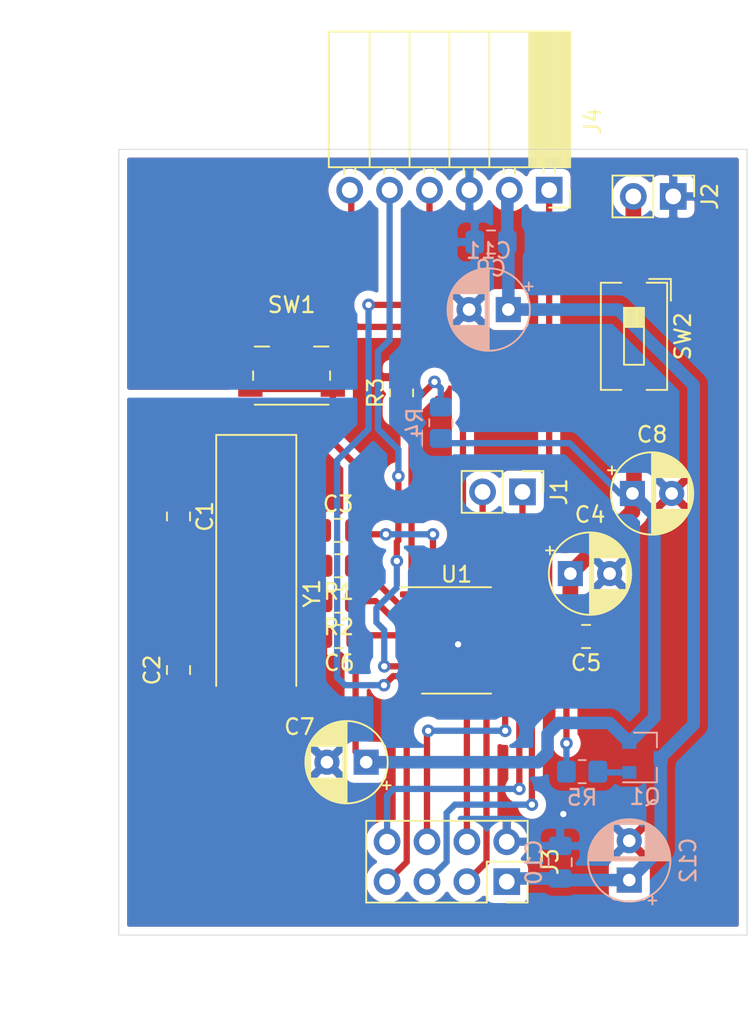
<source format=kicad_pcb>
(kicad_pcb (version 20171130) (host pcbnew 5.1.9-73d0e3b20d~88~ubuntu18.04.1)
  (layers (0 F.Cu signal) (31 B.Cu signal) (34 B.Paste user) (35 F.Paste user) (36 B.SilkS user) (37 F.SilkS user) (38 B.Mask user) (39 F.Mask user) (44 Edge.Cuts user))
  (net 0 "")
  (net 1 "Net-(C1-Pad1)")
  (net 2 GND)
  (net 3 "Net-(C2-Pad1)")
  (net 4 "Net-(C3-Pad2)")
  (net 5 +3V3)
  (net 6 SWDIO)
  (net 7 SWCLK)
  (net 8 nrf24_CSN)
  (net 9 nrf24_CE)
  (net 10 SPI1_MOSI)
  (net 11 SPI1_SCK)
  (net 12 nrf24_IRQ)
  (net 13 SPI1_MISO)
  (net 14 HM-10_STATE)
  (net 15 UART1_RXD)
  (net 16 UART1_TXD)
  (net 17 HM-10-BRK)
  (net 18 "Net-(R1-Pad1)")
  (net 19 "Net-(R2-Pad1)")
  (net 20 "Net-(R3-Pad1)")
  (net 21 "Net-(R5-Pad1)")
  (net 22 "Net-(J2-Pad2)")
  (net 23 Vcc)
  (net 24 "Net-(Q1-Pad1)")
  (module Connector_PinSocket_2.54mm:PinSocket_2x04_P2.54mm_Vertical (layer F.Cu) (at 244.7 150.6 270)
    (fp_text reference J3 (at -1.27 -2.77 90) (layer F.SilkS))
    (fp_text value Conn_02x04_Odd_Even)
    (pad 1 thru_hole rect (at 0 0 270) (size 1.7 1.7) (drill 1) (layers *.Cu *.Mask) (net 23 Vcc))
    (pad 2 thru_hole oval (at -2.54 0 270) (size 1.7 1.7) (drill 1) (layers *.Cu *.Mask) (net 2 GND))
    (pad 3 thru_hole oval (at 0 2.54 270) (size 1.7 1.7) (drill 1) (layers *.Cu *.Mask) (net 8 nrf24_CSN))
    (pad 4 thru_hole oval (at -2.54 2.54 270) (size 1.7 1.7) (drill 1) (layers *.Cu *.Mask) (net 9 nrf24_CE))
    (pad 5 thru_hole oval (at 0 5.08 270) (size 1.7 1.7) (drill 1) (layers *.Cu *.Mask) (net 10 SPI1_MOSI))
    (pad 6 thru_hole oval (at -2.54 5.08 270) (size 1.7 1.7) (drill 1) (layers *.Cu *.Mask) (net 11 SPI1_SCK))
    (pad 7 thru_hole oval (at 0 7.62 270) (size 1.7 1.7) (drill 1) (layers *.Cu *.Mask) (net 12 nrf24_IRQ))
    (pad 8 thru_hole oval (at -2.54 7.62 270) (size 1.7 1.7) (drill 1) (layers *.Cu *.Mask) (net 13 SPI1_MISO))
  )
  (module Capacitor_SMD:C_0805_2012Metric_Pad1.18x1.45mm_HandSolder (layer F.Cu) (at 223.8 127.3625 270)
    (fp_text reference C1 (at 0 -1.68 90) (layer F.SilkS))
    (fp_text value 22p)
    (pad 2 smd roundrect (at 1.0375 0 270) (size 1.175 1.45) (layers F.Cu F.Paste F.Mask) (roundrect_rratio 0.212766) (net 2 GND))
    (pad 1 smd roundrect (at -1.0375 0 270) (size 1.175 1.45) (layers F.Cu F.Paste F.Mask) (roundrect_rratio 0.212766) (net 1 "Net-(C1-Pad1)"))
  )
  (module Capacitor_SMD:C_0805_2012Metric_Pad1.18x1.45mm_HandSolder (layer F.Cu) (at 223.8 137.1375 90)
    (fp_text reference C2 (at 0 -1.68 90) (layer F.SilkS))
    (fp_text value 22p)
    (pad 1 smd roundrect (at -1.0375 0 90) (size 1.175 1.45) (layers F.Cu F.Paste F.Mask) (roundrect_rratio 0.212766) (net 3 "Net-(C2-Pad1)"))
    (pad 2 smd roundrect (at 1.0375 0 90) (size 1.175 1.45) (layers F.Cu F.Paste F.Mask) (roundrect_rratio 0.212766) (net 2 GND))
  )
  (module Capacitor_SMD:C_0805_2012Metric_Pad1.18x1.45mm_HandSolder (layer F.Cu) (at 233.9625 128.25)
    (fp_text reference C3 (at 0 -1.68) (layer F.SilkS))
    (fp_text value 100n)
    (pad 1 smd roundrect (at -1.0375 0) (size 1.175 1.45) (layers F.Cu F.Paste F.Mask) (roundrect_rratio 0.212766) (net 2 GND))
    (pad 2 smd roundrect (at 1.0375 0) (size 1.175 1.45) (layers F.Cu F.Paste F.Mask) (roundrect_rratio 0.212766) (net 4 "Net-(C3-Pad2)"))
  )
  (module Capacitor_THT:CP_Radial_D5.0mm_P2.50mm (layer F.Cu) (at 248.75 131)
    (fp_text reference C4 (at 1.25 -3.75) (layer F.SilkS))
    (fp_text value 4.7u)
    (pad 2 thru_hole circle (at 2.5 0) (size 1.6 1.6) (drill 0.8) (layers *.Cu *.Mask) (net 2 GND))
    (pad 1 thru_hole rect (at 0 0) (size 1.6 1.6) (drill 0.8) (layers *.Cu *.Mask) (net 5 +3V3))
  )
  (module Capacitor_SMD:C_0805_2012Metric_Pad1.18x1.45mm_HandSolder (layer F.Cu) (at 249.75 135 180)
    (fp_text reference C5 (at 0 -1.68) (layer F.SilkS))
    (fp_text value 100n)
    (pad 1 smd roundrect (at -1.0375 0 180) (size 1.175 1.45) (layers F.Cu F.Paste F.Mask) (roundrect_rratio 0.212766) (net 2 GND))
    (pad 2 smd roundrect (at 1.0375 0 180) (size 1.175 1.45) (layers F.Cu F.Paste F.Mask) (roundrect_rratio 0.212766) (net 5 +3V3))
  )
  (module Capacitor_SMD:C_0805_2012Metric_Pad1.18x1.45mm_HandSolder (layer F.Cu) (at 234.0375 135 180)
    (fp_text reference C6 (at 0 -1.68) (layer F.SilkS))
    (fp_text value 10n)
    (pad 2 smd roundrect (at 1.0375 0 180) (size 1.175 1.45) (layers F.Cu F.Paste F.Mask) (roundrect_rratio 0.212766) (net 2 GND))
    (pad 1 smd roundrect (at -1.0375 0 180) (size 1.175 1.45) (layers F.Cu F.Paste F.Mask) (roundrect_rratio 0.212766) (net 5 +3V3))
  )
  (module Capacitor_THT:CP_Radial_D5.0mm_P2.50mm (layer F.Cu) (at 235.75 143 180)
    (fp_text reference C7 (at 4.25 2.25) (layer F.SilkS))
    (fp_text value 1u)
    (pad 1 thru_hole rect (at 0 0 180) (size 1.6 1.6) (drill 0.8) (layers *.Cu *.Mask) (net 5 +3V3))
    (pad 2 thru_hole circle (at 2.5 0 180) (size 1.6 1.6) (drill 0.8) (layers *.Cu *.Mask) (net 2 GND))
  )
  (module Capacitor_THT:CP_Radial_D5.0mm_P2.50mm (layer F.Cu) (at 252.7 125.9)
    (fp_text reference C8 (at 1.25 -3.75) (layer F.SilkS))
    (fp_text value 100u)
    (pad 2 thru_hole circle (at 2.5 0) (size 1.6 1.6) (drill 0.8) (layers *.Cu *.Mask) (net 2 GND))
    (pad 1 thru_hole rect (at 0 0) (size 1.6 1.6) (drill 0.8) (layers *.Cu *.Mask) (net 5 +3V3))
  )
  (module Capacitor_SMD:C_0805_2012Metric_Pad1.18x1.45mm_HandSolder (layer B.Cu) (at 243.7 109.9)
    (fp_text reference C9 (at 0 1.68) (layer B.SilkS) (effects (justify mirror)))
    (fp_text value 100n)
    (pad 2 smd roundrect (at 1.0375 0) (size 1.175 1.45) (layers B.Cu B.Paste B.Mask) (roundrect_rratio 0.212766) (net 23 Vcc))
    (pad 1 smd roundrect (at -1.0375 0) (size 1.175 1.45) (layers B.Cu B.Paste B.Mask) (roundrect_rratio 0.212766) (net 2 GND))
  )
  (module Capacitor_SMD:C_0805_2012Metric_Pad1.18x1.45mm_HandSolder (layer B.Cu) (at 248.1 149.3625 270)
    (fp_text reference C10 (at 0 1.68 90) (layer B.SilkS) (effects (justify mirror)))
    (fp_text value 100n)
    (pad 1 smd roundrect (at -1.0375 0 270) (size 1.175 1.45) (layers B.Cu B.Paste B.Mask) (roundrect_rratio 0.212766) (net 2 GND))
    (pad 2 smd roundrect (at 1.0375 0 270) (size 1.175 1.45) (layers B.Cu B.Paste B.Mask) (roundrect_rratio 0.212766) (net 23 Vcc))
  )
  (module Capacitor_THT:CP_Radial_D5.0mm_P2.50mm (layer B.Cu) (at 244.8 114.2 180)
    (fp_text reference C11 (at 1.25 3.75 180) (layer B.SilkS) (effects (justify mirror)))
    (fp_text value 100u)
    (pad 1 thru_hole rect (at 0 0 180) (size 1.6 1.6) (drill 0.8) (layers *.Cu *.Mask) (net 23 Vcc))
    (pad 2 thru_hole circle (at 2.5 0 180) (size 1.6 1.6) (drill 0.8) (layers *.Cu *.Mask) (net 2 GND))
  )
  (module Capacitor_THT:CP_Radial_D5.0mm_P2.50mm (layer B.Cu) (at 252.5 150.5 90)
    (fp_text reference C12 (at 1.25 3.75 270) (layer B.SilkS) (effects (justify mirror)))
    (fp_text value 100u)
    (pad 1 thru_hole rect (at 0 0 90) (size 1.6 1.6) (drill 0.8) (layers *.Cu *.Mask) (net 23 Vcc))
    (pad 2 thru_hole circle (at 2.5 0 90) (size 1.6 1.6) (drill 0.8) (layers *.Cu *.Mask) (net 2 GND))
  )
  (module Connector_PinHeader_2.54mm:PinHeader_1x02_P2.54mm_Vertical (layer F.Cu) (at 245.7 125.8 270)
    (fp_text reference J1 (at 0 -2.33 90) (layer F.SilkS))
    (fp_text value Conn_01x02_Male)
    (pad 2 thru_hole oval (at 0 2.54 270) (size 1.7 1.7) (drill 1) (layers *.Cu *.Mask) (net 7 SWCLK))
    (pad 1 thru_hole rect (at 0 0 270) (size 1.7 1.7) (drill 1) (layers *.Cu *.Mask) (net 6 SWDIO))
  )
  (module Connector_PinHeader_2.54mm:PinHeader_1x02_P2.54mm_Vertical (layer F.Cu) (at 255.3 107 270)
    (fp_text reference J2 (at 0 -2.33 90) (layer F.SilkS))
    (fp_text value Conn_01x02_Male)
    (pad 1 thru_hole rect (at 0 0 270) (size 1.7 1.7) (drill 1) (layers *.Cu *.Mask) (net 2 GND))
    (pad 2 thru_hole oval (at 0 2.54 270) (size 1.7 1.7) (drill 1) (layers *.Cu *.Mask) (net 22 "Net-(J2-Pad2)"))
  )
  (module Connector_PinSocket_2.54mm:PinSocket_1x06_P2.54mm_Horizontal (layer F.Cu) (at 247.4 106.6 270)
    (fp_text reference J4 (at -4.38 -2.77 90) (layer F.SilkS))
    (fp_text value Conn_01x06_Female)
    (pad 1 thru_hole rect (at 0 0 270) (size 1.7 1.7) (drill 1) (layers *.Cu *.Mask) (net 14 HM-10_STATE))
    (pad 2 thru_hole oval (at 0 2.54 270) (size 1.7 1.7) (drill 1) (layers *.Cu *.Mask) (net 23 Vcc))
    (pad 3 thru_hole oval (at 0 5.08 270) (size 1.7 1.7) (drill 1) (layers *.Cu *.Mask) (net 2 GND))
    (pad 4 thru_hole oval (at 0 7.62 270) (size 1.7 1.7) (drill 1) (layers *.Cu *.Mask) (net 15 UART1_RXD))
    (pad 5 thru_hole oval (at 0 10.16 270) (size 1.7 1.7) (drill 1) (layers *.Cu *.Mask) (net 16 UART1_TXD))
    (pad 6 thru_hole oval (at 0 12.7 270) (size 1.7 1.7) (drill 1) (layers *.Cu *.Mask) (net 17 HM-10-BRK))
  )
  (module Package_TO_SOT_SMD:SOT-23 (layer B.Cu) (at 253.5 142.7)
    (fp_text reference Q1 (at 0 2.5) (layer B.SilkS) (effects (justify mirror)))
    (fp_text value Si2371EDS)
    (pad 1 smd rect (at -1 0.95) (size 0.9 0.8) (layers B.Cu B.Paste B.Mask) (net 24 "Net-(Q1-Pad1)"))
    (pad 2 smd rect (at -1 -0.95) (size 0.9 0.8) (layers B.Cu B.Paste B.Mask) (net 5 +3V3))
    (pad 3 smd rect (at 1 0) (size 0.9 0.8) (layers B.Cu B.Paste B.Mask) (net 23 Vcc))
  )
  (module Resistor_SMD:R_0805_2012Metric_Pad1.20x1.40mm_HandSolder (layer F.Cu) (at 234 130.5 180)
    (fp_text reference R1 (at 0 -1.65) (layer F.SilkS))
    (fp_text value 0)
    (pad 2 smd roundrect (at 1 0 180) (size 1.2 1.4) (layers F.Cu F.Paste F.Mask) (roundrect_rratio 0.208333) (net 1 "Net-(C1-Pad1)"))
    (pad 1 smd roundrect (at -1 0 180) (size 1.2 1.4) (layers F.Cu F.Paste F.Mask) (roundrect_rratio 0.208333) (net 18 "Net-(R1-Pad1)"))
  )
  (module Resistor_SMD:R_0805_2012Metric_Pad1.20x1.40mm_HandSolder (layer F.Cu) (at 234 132.75 180)
    (fp_text reference R2 (at 0 -1.65) (layer F.SilkS))
    (fp_text value 0)
    (pad 1 smd roundrect (at -1 0 180) (size 1.2 1.4) (layers F.Cu F.Paste F.Mask) (roundrect_rratio 0.208333) (net 19 "Net-(R2-Pad1)"))
    (pad 2 smd roundrect (at 1 0 180) (size 1.2 1.4) (layers F.Cu F.Paste F.Mask) (roundrect_rratio 0.208333) (net 3 "Net-(C2-Pad1)"))
  )
  (module Resistor_SMD:R_0805_2012Metric_Pad1.20x1.40mm_HandSolder (layer F.Cu) (at 238 119.5 90)
    (fp_text reference R3 (at 0 -1.65 90) (layer F.SilkS))
    (fp_text value 10k)
    (pad 1 smd roundrect (at -1 0 90) (size 1.2 1.4) (layers F.Cu F.Paste F.Mask) (roundrect_rratio 0.208333) (net 20 "Net-(R3-Pad1)"))
    (pad 2 smd roundrect (at 1 0 90) (size 1.2 1.4) (layers F.Cu F.Paste F.Mask) (roundrect_rratio 0.208333) (net 2 GND))
  )
  (module Resistor_SMD:R_0805_2012Metric_Pad1.20x1.40mm_HandSolder (layer B.Cu) (at 240.5 121.4 270)
    (fp_text reference R4 (at 0 1.65 270) (layer B.SilkS) (effects (justify mirror)))
    (fp_text value N/A)
    (pad 2 smd roundrect (at 1 0 270) (size 1.2 1.4) (layers B.Cu B.Paste B.Mask) (roundrect_rratio 0.208333) (net 5 +3V3))
    (pad 1 smd roundrect (at -1 0 270) (size 1.2 1.4) (layers B.Cu B.Paste B.Mask) (roundrect_rratio 0.208333) (net 20 "Net-(R3-Pad1)"))
  )
  (module Resistor_SMD:R_0805_2012Metric_Pad1.20x1.40mm_HandSolder (layer B.Cu) (at 249.5 143.6)
    (fp_text reference R5 (at 0 1.65) (layer B.SilkS) (effects (justify mirror)))
    (fp_text value 20)
    (pad 1 smd roundrect (at -1 0) (size 1.2 1.4) (layers B.Cu B.Paste B.Mask) (roundrect_rratio 0.208333) (net 21 "Net-(R5-Pad1)"))
    (pad 2 smd roundrect (at 1 0) (size 1.2 1.4) (layers B.Cu B.Paste B.Mask) (roundrect_rratio 0.208333) (net 24 "Net-(Q1-Pad1)"))
  )
  (module Button_Switch_SMD:SW_DIP_SPSTx01_Slide_6.7x4.1mm_W8.61mm_P2.54mm_LowProfile (layer F.Cu) (at 252.8 115.9 270)
    (fp_text reference SW2 (at 0 -3.11 90) (layer F.SilkS))
    (fp_text value SW_DIP_x01)
    (pad 1 smd rect (at -4.305 0 270) (size 2.44 1.12) (layers F.Cu F.Paste F.Mask) (net 22 "Net-(J2-Pad2)"))
    (pad 2 smd rect (at 4.305 0 270) (size 2.44 1.12) (layers F.Cu F.Paste F.Mask) (net 5 +3V3))
  )
  (module Package_SO:TSSOP-20_4.4x6.5mm_P0.65mm (layer F.Cu) (at 241.5 135.25)
    (fp_text reference U1 (at 0 -4.2) (layer F.SilkS))
    (fp_text value STM32F031F6Px)
    (pad 1 smd roundrect (at -2.8625 -2.925) (size 1.475 0.4) (layers F.Cu F.Paste F.Mask) (net 20 "Net-(R3-Pad1)"))
    (pad 2 smd roundrect (at -2.8625 -2.275) (size 1.475 0.4) (layers F.Cu F.Paste F.Mask) (net 18 "Net-(R1-Pad1)"))
    (pad 3 smd roundrect (at -2.8625 -1.625) (size 1.475 0.4) (layers F.Cu F.Paste F.Mask) (net 19 "Net-(R2-Pad1)"))
    (pad 4 smd roundrect (at -2.8625 -0.975) (size 1.475 0.4) (layers F.Cu F.Paste F.Mask) (net 4 "Net-(C3-Pad2)"))
    (pad 5 smd roundrect (at -2.8625 -0.325) (size 1.475 0.4) (layers F.Cu F.Paste F.Mask) (net 5 +3V3))
    (pad 6 smd roundrect (at -2.8625 0.325) (size 1.475 0.4) (layers F.Cu F.Paste F.Mask) (net 8 nrf24_CSN))
    (pad 7 smd roundrect (at -2.8625 0.975) (size 1.475 0.4) (layers F.Cu F.Paste F.Mask) (net 9 nrf24_CE))
    (pad 8 smd roundrect (at -2.8625 1.625) (size 1.475 0.4) (layers F.Cu F.Paste F.Mask) (net 16 UART1_TXD))
    (pad 9 smd roundrect (at -2.8625 2.275) (size 1.475 0.4) (layers F.Cu F.Paste F.Mask) (net 15 UART1_RXD))
    (pad 10 smd roundrect (at -2.8625 2.925) (size 1.475 0.4) (layers F.Cu F.Paste F.Mask) (net 12 nrf24_IRQ))
    (pad 11 smd roundrect (at 2.8625 2.925) (size 1.475 0.4) (layers F.Cu F.Paste F.Mask) (net 11 SPI1_SCK))
    (pad 12 smd roundrect (at 2.8625 2.275) (size 1.475 0.4) (layers F.Cu F.Paste F.Mask) (net 13 SPI1_MISO))
    (pad 13 smd roundrect (at 2.8625 1.625) (size 1.475 0.4) (layers F.Cu F.Paste F.Mask) (net 10 SPI1_MOSI))
    (pad 14 smd roundrect (at 2.8625 0.975) (size 1.475 0.4) (layers F.Cu F.Paste F.Mask) (net 21 "Net-(R5-Pad1)"))
    (pad 15 smd roundrect (at 2.8625 0.325) (size 1.475 0.4) (layers F.Cu F.Paste F.Mask) (net 2 GND))
    (pad 16 smd roundrect (at 2.8625 -0.325) (size 1.475 0.4) (layers F.Cu F.Paste F.Mask) (net 5 +3V3))
    (pad 17 smd roundrect (at 2.8625 -0.975) (size 1.475 0.4) (layers F.Cu F.Paste F.Mask) (net 14 HM-10_STATE))
    (pad 18 smd roundrect (at 2.8625 -1.625) (size 1.475 0.4) (layers F.Cu F.Paste F.Mask) (net 17 HM-10-BRK))
    (pad 19 smd roundrect (at 2.8625 -2.275) (size 1.475 0.4) (layers F.Cu F.Paste F.Mask) (net 6 SWDIO))
    (pad 20 smd roundrect (at 2.8625 -2.925) (size 1.475 0.4) (layers F.Cu F.Paste F.Mask) (net 7 SWCLK))
  )
  (module Crystal:Crystal_SMD_HC49-SD_HandSoldering (layer F.Cu) (at 228.75 132.25 270)
    (fp_text reference Y1 (at 0 -3.55 90) (layer F.SilkS))
    (fp_text value 8M)
    (pad 1 smd rect (at -5.9375 0 270) (size 7.875 2) (layers F.Cu F.Paste F.Mask) (net 1 "Net-(C1-Pad1)"))
    (pad 2 smd rect (at 5.9375 0 270) (size 7.875 2) (layers F.Cu F.Paste F.Mask) (net 3 "Net-(C2-Pad1)"))
  )
  (module Button_Switch_SMD:Panasonic_EVQPUJ_EVQPUA (layer F.Cu) (at 231 118.4)
    (fp_text reference SW1 (at 0 -4.5) (layer F.SilkS))
    (fp_text value SW_Push)
    (pad 2 smd rect (at 2.625 0.85 180) (size 1.55 1) (layers F.Cu F.Paste F.Mask) (net 4 "Net-(C3-Pad2)"))
    (pad 2 smd rect (at -2.625 0.85 180) (size 1.55 1) (layers F.Cu F.Paste F.Mask) (net 4 "Net-(C3-Pad2)"))
    (pad 1 smd rect (at -2.625 -0.85 180) (size 1.55 1) (layers F.Cu F.Paste F.Mask) (net 2 GND))
    (pad 1 smd rect (at 2.625 -0.85 180) (size 1.55 1) (layers F.Cu F.Paste F.Mask) (net 2 GND))
  )
  (gr_line (start 220 104) (end 220 154) (layer Edge.Cuts) (width 0.05))
  (gr_line (start 260 104) (end 220 104) (layer Edge.Cuts) (width 0.05))
  (gr_line (start 260 154) (end 260 104) (layer Edge.Cuts) (width 0.05))
  (gr_line (start 220 154) (end 260 154) (layer Edge.Cuts) (width 0.05))
  (segment (start 232.9375 130.5) (end 228.75 126.3125) (width 0.4) (layer F.Cu) (net 1))
  (segment (start 233 130.5) (end 232.9375 130.5) (width 0.4) (layer F.Cu) (net 1))
  (segment (start 223.8125 126.3125) (end 223.8 126.325) (width 0.4) (layer F.Cu) (net 1))
  (segment (start 228.75 126.3125) (end 223.8125 126.3125) (width 0.4) (layer F.Cu) (net 1))
  (via (at 248.3 146.3) (size 0.8) (drill 0.4) (layers F.Cu B.Cu) (net 2))
  (segment (start 245.274972 135.674972) (end 246.274972 135.674972) (width 0.4) (layer F.Cu) (net 2))
  (segment (start 244.3625 135.575) (end 245.175 135.575) (width 0.4) (layer F.Cu) (net 2))
  (segment (start 245.175 135.575) (end 245.274972 135.674972) (width 0.4) (layer F.Cu) (net 2))
  (segment (start 246.274972 135.674972) (end 246.8 136.2) (width 0.4) (layer F.Cu) (net 2))
  (via (at 241.6 135.5) (size 0.8) (drill 0.4) (layers F.Cu B.Cu) (net 2))
  (segment (start 228.75 137) (end 228.75 138.1875) (width 0.4) (layer F.Cu) (net 3))
  (segment (start 233 132.75) (end 228.75 137) (width 0.4) (layer F.Cu) (net 3))
  (segment (start 223.8125 138.1875) (end 223.8 138.175) (width 0.4) (layer F.Cu) (net 3))
  (segment (start 228.75 138.1875) (end 223.8125 138.1875) (width 0.4) (layer F.Cu) (net 3))
  (segment (start 239.432124 134.275) (end 240 133.707124) (width 0.4) (layer F.Cu) (net 4))
  (segment (start 238.6375 134.275) (end 239.432124 134.275) (width 0.4) (layer F.Cu) (net 4))
  (segment (start 240 133.707124) (end 240 128.5) (width 0.4) (layer F.Cu) (net 4))
  (segment (start 240 128.5) (end 240 128.5) (width 0.4) (layer F.Cu) (net 4))
  (via (at 240 128.5) (size 0.8) (drill 0.4) (layers F.Cu B.Cu) (net 4))
  (segment (start 240 128.5) (end 237 128.5) (width 0.4) (layer B.Cu) (net 4))
  (segment (start 237 128.5) (end 237 128.5) (width 0.4) (layer B.Cu) (net 4))
  (via (at 237 128.5) (size 0.8) (drill 0.4) (layers F.Cu B.Cu) (net 4))
  (segment (start 235.25 128.5) (end 235 128.25) (width 0.4) (layer F.Cu) (net 4))
  (segment (start 237 128.5) (end 235.25 128.5) (width 0.4) (layer F.Cu) (net 4))
  (segment (start 235 128.25) (end 235 124) (width 0.4) (layer F.Cu) (net 4))
  (segment (start 233.625 122.625) (end 233.625 119.25) (width 0.4) (layer F.Cu) (net 4))
  (segment (start 235 124) (end 233.625 122.625) (width 0.4) (layer F.Cu) (net 4))
  (segment (start 233.625 119.25) (end 228.375 119.25) (width 0.4) (layer F.Cu) (net 4))
  (segment (start 248.7125 131.0375) (end 248.75 131) (width 0.4) (layer F.Cu) (net 5))
  (segment (start 235.15 134.925) (end 235.075 135) (width 0.4) (layer F.Cu) (net 5))
  (segment (start 238.6375 134.925) (end 235.15 134.925) (width 0.4) (layer F.Cu) (net 5))
  (segment (start 235.075 142.325) (end 235.75 143) (width 0.4) (layer F.Cu) (net 5))
  (segment (start 235.075 135) (end 235.075 142.325) (width 0.4) (layer F.Cu) (net 5))
  (segment (start 248.6375 134.925) (end 244.3625 134.925) (width 0.4) (layer F.Cu) (net 5))
  (segment (start 248.7125 135) (end 248.6375 134.925) (width 0.4) (layer F.Cu) (net 5))
  (segment (start 252.8 125.8) (end 252.7 125.9) (width 1) (layer F.Cu) (net 5))
  (segment (start 252.8 120.205) (end 252.8 125.8) (width 1) (layer F.Cu) (net 5))
  (segment (start 252.7 127.05) (end 248.75 131) (width 1) (layer F.Cu) (net 5))
  (segment (start 252.7 125.9) (end 252.7 127.05) (width 1) (layer F.Cu) (net 5))
  (segment (start 248.75 134.9625) (end 248.7125 135) (width 1) (layer F.Cu) (net 5))
  (segment (start 248.75 131) (end 248.75 134.9625) (width 1) (layer F.Cu) (net 5))
  (segment (start 254.100001 140.149999) (end 252.5 141.75) (width 0.8) (layer B.Cu) (net 5))
  (segment (start 252.7 125.9) (end 254.100001 127.300001) (width 0.8) (layer B.Cu) (net 5))
  (segment (start 254.100001 127.300001) (end 254.100001 140.149999) (width 0.8) (layer B.Cu) (net 5))
  (segment (start 252.5 141.75) (end 251.25 140.5) (width 0.8) (layer B.Cu) (net 5))
  (segment (start 251.25 140.5) (end 248 140.5) (width 0.8) (layer B.Cu) (net 5))
  (segment (start 248 140.5) (end 247.3 141.2) (width 0.8) (layer B.Cu) (net 5))
  (segment (start 247.3 141.2) (end 247.3 142.4) (width 0.8) (layer B.Cu) (net 5))
  (segment (start 246.7 143) (end 235.75 143) (width 0.8) (layer B.Cu) (net 5))
  (segment (start 247.3 142.4) (end 246.7 143) (width 0.8) (layer B.Cu) (net 5))
  (segment (start 244.31251 134.97499) (end 244.3625 134.925) (width 0.4) (layer F.Cu) (net 5))
  (segment (start 252.7 125.9) (end 252 125.9) (width 0.4) (layer B.Cu) (net 5))
  (segment (start 240.8 122.7) (end 240.5 122.4) (width 0.4) (layer B.Cu) (net 5))
  (segment (start 248.7 122.7) (end 240.8 122.7) (width 0.4) (layer B.Cu) (net 5))
  (segment (start 252.7 125.9) (end 251.9 125.9) (width 0.4) (layer B.Cu) (net 5))
  (segment (start 251.9 125.9) (end 248.7 122.7) (width 0.4) (layer B.Cu) (net 5))
  (segment (start 245.7 132.432124) (end 245.7 125.8) (width 0.4) (layer F.Cu) (net 6))
  (segment (start 245.157124 132.975) (end 245.7 132.432124) (width 0.4) (layer F.Cu) (net 6))
  (segment (start 244.3625 132.975) (end 245.157124 132.975) (width 0.4) (layer F.Cu) (net 6))
  (segment (start 243.16 131.1225) (end 243.16 125.8) (width 0.4) (layer F.Cu) (net 7))
  (segment (start 244.3625 132.325) (end 243.16 131.1225) (width 0.4) (layer F.Cu) (net 7))
  (segment (start 243.410001 139.354335) (end 243.410001 149.349999) (width 0.4) (layer F.Cu) (net 8))
  (segment (start 239.680657 135.624991) (end 243.410001 139.354335) (width 0.4) (layer F.Cu) (net 8))
  (segment (start 243.410001 149.349999) (end 242.16 150.6) (width 0.4) (layer F.Cu) (net 8))
  (segment (start 238.92499 135.62499) (end 239.680657 135.624991) (width 0.4) (layer F.Cu) (net 8))
  (segment (start 238.875 135.575) (end 238.92499 135.62499) (width 0.4) (layer F.Cu) (net 8))
  (segment (start 238.6375 135.575) (end 238.875 135.575) (width 0.4) (layer F.Cu) (net 8))
  (segment (start 238.6375 136.225) (end 238.6375 136.2375) (width 0.4) (layer F.Cu) (net 9))
  (segment (start 238.6375 136.2375) (end 238.67499 136.27499) (width 0.4) (layer F.Cu) (net 9))
  (segment (start 242.16 138.952876) (end 242.16 148.06) (width 0.4) (layer F.Cu) (net 9))
  (segment (start 239.432124 136.225) (end 242.16 138.952876) (width 0.4) (layer F.Cu) (net 9))
  (segment (start 238.6375 136.225) (end 239.432124 136.225) (width 0.4) (layer F.Cu) (net 9))
  (segment (start 245.355666 136.875) (end 246.3 137.819334) (width 0.4) (layer F.Cu) (net 10))
  (segment (start 244.3625 136.875) (end 245.355666 136.875) (width 0.4) (layer F.Cu) (net 10))
  (segment (start 246.3 137.819334) (end 246.3 145.7) (width 0.4) (layer F.Cu) (net 10))
  (segment (start 246.3 145.7) (end 246.3 145.7) (width 0.4) (layer F.Cu) (net 10))
  (via (at 246.3 145.7) (size 0.8) (drill 0.4) (layers F.Cu B.Cu) (net 10))
  (segment (start 240.870001 149.349999) (end 239.62 150.6) (width 0.4) (layer B.Cu) (net 10))
  (segment (start 240.870001 146.229999) (end 240.870001 149.349999) (width 0.4) (layer B.Cu) (net 10))
  (segment (start 241.4 145.7) (end 240.870001 146.229999) (width 0.4) (layer B.Cu) (net 10))
  (segment (start 246.3 145.7) (end 241.4 145.7) (width 0.4) (layer B.Cu) (net 10))
  (segment (start 244.3625 138.175) (end 244.6 138.4125) (width 0.4) (layer F.Cu) (net 11))
  (segment (start 244.6 138.4125) (end 244.6 141) (width 0.4) (layer F.Cu) (net 11))
  (segment (start 244.6 141) (end 244.6 141) (width 0.4) (layer F.Cu) (net 11))
  (via (at 244.6 141) (size 0.8) (drill 0.4) (layers F.Cu B.Cu) (net 11))
  (segment (start 244.6 141) (end 239.7 141) (width 0.4) (layer B.Cu) (net 11))
  (segment (start 239.7 141) (end 239.7 141) (width 0.4) (layer B.Cu) (net 11))
  (via (at 239.7 141) (size 0.8) (drill 0.4) (layers F.Cu B.Cu) (net 11))
  (segment (start 239.62 141.08) (end 239.7 141) (width 0.4) (layer F.Cu) (net 11))
  (segment (start 239.62 148.06) (end 239.62 141.08) (width 0.4) (layer F.Cu) (net 11))
  (segment (start 238.330001 149.349999) (end 237.08 150.6) (width 0.4) (layer F.Cu) (net 12))
  (segment (start 238.330001 138.482499) (end 238.330001 149.349999) (width 0.4) (layer F.Cu) (net 12))
  (segment (start 238.6375 138.175) (end 238.330001 138.482499) (width 0.4) (layer F.Cu) (net 12))
  (segment (start 245.157124 137.525) (end 245.5 137.867876) (width 0.4) (layer F.Cu) (net 13))
  (segment (start 244.3625 137.525) (end 245.157124 137.525) (width 0.4) (layer F.Cu) (net 13))
  (segment (start 245.5 137.867876) (end 245.5 144.7) (width 0.4) (layer F.Cu) (net 13))
  (segment (start 245.5 144.7) (end 245.5 144.7) (width 0.4) (layer F.Cu) (net 13))
  (via (at 245.5 144.7) (size 0.8) (drill 0.4) (layers F.Cu B.Cu) (net 13))
  (segment (start 245.5 144.7) (end 237.5 144.7) (width 0.4) (layer B.Cu) (net 13))
  (segment (start 237.08 145.12) (end 237.08 148.06) (width 0.4) (layer B.Cu) (net 13))
  (segment (start 237.5 144.7) (end 237.08 145.12) (width 0.4) (layer B.Cu) (net 13))
  (segment (start 247.4 106.6) (end 247.4 133.3) (width 0.4) (layer F.Cu) (net 14))
  (segment (start 246.425 134.275) (end 244.3625 134.275) (width 0.4) (layer F.Cu) (net 14))
  (segment (start 247.4 133.3) (end 246.425 134.275) (width 0.4) (layer F.Cu) (net 14))
  (segment (start 237.459002 137.525) (end 236.884002 138.1) (width 0.4) (layer F.Cu) (net 15))
  (segment (start 238.6375 137.525) (end 237.459002 137.525) (width 0.4) (layer F.Cu) (net 15))
  (segment (start 236.884002 138.1) (end 236.884002 138.1) (width 0.4) (layer F.Cu) (net 15))
  (via (at 236.884002 138.1) (size 0.8) (drill 0.4) (layers F.Cu B.Cu) (net 15))
  (segment (start 236.884002 138.1) (end 234.4 138.1) (width 0.4) (layer B.Cu) (net 15))
  (segment (start 234.4 138.1) (end 233.9 137.6) (width 0.4) (layer B.Cu) (net 15))
  (segment (start 233.9 137.6) (end 233.9 126) (width 0.4) (layer B.Cu) (net 15))
  (segment (start 233.9 123.8) (end 235.89999 121.80001) (width 0.4) (layer B.Cu) (net 15))
  (segment (start 233.9 126) (end 233.9 123.8) (width 0.4) (layer B.Cu) (net 15))
  (segment (start 235.89999 121.80001) (end 235.89999 121) (width 0.4) (layer B.Cu) (net 15))
  (segment (start 235.89999 121) (end 235.89999 113.90001) (width 0.4) (layer B.Cu) (net 15))
  (segment (start 235.89999 113.90001) (end 235.89999 113.90001) (width 0.4) (layer B.Cu) (net 15))
  (via (at 235.89999 113.90001) (size 0.8) (drill 0.4) (layers F.Cu B.Cu) (net 15))
  (segment (start 235.89999 113.90001) (end 238.29999 113.90001) (width 0.4) (layer F.Cu) (net 15))
  (segment (start 239.78 112.42) (end 239.78 106.6) (width 0.4) (layer F.Cu) (net 15))
  (segment (start 238.29999 113.90001) (end 239.78 112.42) (width 0.4) (layer F.Cu) (net 15))
  (segment (start 238.275 136.875) (end 238.25 136.9) (width 0.4) (layer F.Cu) (net 16))
  (segment (start 238.6375 136.875) (end 238.275 136.875) (width 0.4) (layer F.Cu) (net 16))
  (segment (start 238.25 136.9) (end 236.9 136.9) (width 0.4) (layer F.Cu) (net 16))
  (segment (start 236.9 136.9) (end 236.9 136.9) (width 0.4) (layer F.Cu) (net 16))
  (via (at 236.9 136.9) (size 0.8) (drill 0.4) (layers F.Cu B.Cu) (net 16))
  (segment (start 236.9 134.6) (end 236.4 134.1) (width 0.4) (layer B.Cu) (net 16))
  (segment (start 236.9 136.9) (end 236.9 134.6) (width 0.4) (layer B.Cu) (net 16))
  (segment (start 236.4 134.1) (end 236.4 133.2) (width 0.4) (layer B.Cu) (net 16))
  (segment (start 236.4 133.2) (end 237.7 131.9) (width 0.4) (layer B.Cu) (net 16))
  (segment (start 237.7 131.9) (end 237.7 130.2) (width 0.4) (layer B.Cu) (net 16))
  (segment (start 237.7 130.2) (end 237.7 130.2) (width 0.4) (layer B.Cu) (net 16))
  (via (at 237.7 130.2) (size 0.8) (drill 0.4) (layers F.Cu B.Cu) (net 16))
  (segment (start 237.7 128.984002) (end 237.8 128.884002) (width 0.4) (layer F.Cu) (net 16))
  (segment (start 237.7 130.2) (end 237.7 128.984002) (width 0.4) (layer F.Cu) (net 16))
  (segment (start 237.8 128.884002) (end 237.8 124.8) (width 0.4) (layer F.Cu) (net 16))
  (segment (start 237.8 124.8) (end 237.8 124.8) (width 0.4) (layer F.Cu) (net 16))
  (via (at 237.8 124.8) (size 0.8) (drill 0.4) (layers F.Cu B.Cu) (net 16))
  (segment (start 237.24 116.14) (end 237.24 106.6) (width 0.4) (layer B.Cu) (net 16))
  (segment (start 236.5 116.88) (end 237.24 116.14) (width 0.4) (layer B.Cu) (net 16))
  (segment (start 236.5 121.8) (end 236.5 116.88) (width 0.4) (layer B.Cu) (net 16))
  (segment (start 237.8 124.8) (end 237.8 123.1) (width 0.4) (layer B.Cu) (net 16))
  (segment (start 237.8 123.1) (end 236.5 121.8) (width 0.4) (layer B.Cu) (net 16))
  (segment (start 243.467896 133.625) (end 244.3625 133.625) (width 0.4) (layer F.Cu) (net 17))
  (segment (start 241.909999 132.067103) (end 243.467896 133.625) (width 0.4) (layer F.Cu) (net 17))
  (segment (start 234.7 106.6) (end 234.800001 106.700001) (width 0.4) (layer F.Cu) (net 17))
  (segment (start 234.800001 114.900001) (end 235.2 115.3) (width 0.4) (layer F.Cu) (net 17))
  (segment (start 234.800001 106.700001) (end 234.800001 114.900001) (width 0.4) (layer F.Cu) (net 17))
  (segment (start 239.019256 115.3) (end 241.909999 118.190743) (width 0.4) (layer F.Cu) (net 17))
  (segment (start 235.2 115.3) (end 239.019256 115.3) (width 0.4) (layer F.Cu) (net 17))
  (segment (start 241.909999 118.190743) (end 241.909999 132.067103) (width 0.4) (layer F.Cu) (net 17))
  (segment (start 237.842876 132.975) (end 236.7 131.832124) (width 0.4) (layer F.Cu) (net 18))
  (segment (start 238.6375 132.975) (end 237.842876 132.975) (width 0.4) (layer F.Cu) (net 18))
  (segment (start 236.7 131.832124) (end 236.7 131) (width 0.4) (layer F.Cu) (net 18))
  (segment (start 236.2 130.5) (end 235 130.5) (width 0.4) (layer F.Cu) (net 18))
  (segment (start 236.7 131) (end 236.2 130.5) (width 0.4) (layer F.Cu) (net 18))
  (segment (start 238.07501 133.57501) (end 237.17501 133.57501) (width 0.4) (layer F.Cu) (net 19))
  (segment (start 238.6375 133.625) (end 238.125 133.625) (width 0.4) (layer F.Cu) (net 19))
  (segment (start 238.125 133.625) (end 238.07501 133.57501) (width 0.4) (layer F.Cu) (net 19))
  (segment (start 236.35 132.75) (end 235 132.75) (width 0.4) (layer F.Cu) (net 19))
  (segment (start 237.17501 133.57501) (end 236.35 132.75) (width 0.4) (layer F.Cu) (net 19))
  (segment (start 238.6375 121.1375) (end 238 120.5) (width 0.4) (layer F.Cu) (net 20))
  (segment (start 238.6375 132.325) (end 238.6375 121.1375) (width 0.4) (layer F.Cu) (net 20))
  (segment (start 240.5 120.4) (end 240.5 119.2) (width 0.4) (layer B.Cu) (net 20))
  (segment (start 240.5 119.2) (end 240.1 118.8) (width 0.4) (layer B.Cu) (net 20))
  (segment (start 240.1 118.8) (end 240.1 118.8) (width 0.4) (layer B.Cu) (net 20))
  (via (at 240.1 118.8) (size 0.8) (drill 0.4) (layers F.Cu B.Cu) (net 20))
  (segment (start 238.4 120.5) (end 240.1 118.8) (width 0.4) (layer F.Cu) (net 20))
  (segment (start 238 120.5) (end 238.4 120.5) (width 0.4) (layer F.Cu) (net 20))
  (segment (start 245.604199 136.274991) (end 248.5 139.170792) (width 0.4) (layer F.Cu) (net 21))
  (segment (start 244.39999 136.27499) (end 245.604199 136.274991) (width 0.4) (layer F.Cu) (net 21))
  (segment (start 244.3625 136.225) (end 244.3625 136.2375) (width 0.4) (layer F.Cu) (net 21))
  (segment (start 244.3625 136.2375) (end 244.39999 136.27499) (width 0.4) (layer F.Cu) (net 21))
  (via (at 248.5 141.8) (size 0.8) (drill 0.4) (layers F.Cu B.Cu) (net 21))
  (segment (start 248.5 141.8) (end 248.5 139.170792) (width 0.4) (layer F.Cu) (net 21))
  (segment (start 248.5 143.6) (end 248.5 141.8) (width 0.4) (layer B.Cu) (net 21))
  (segment (start 252.76 111.555) (end 252.8 111.595) (width 1) (layer F.Cu) (net 22))
  (segment (start 252.76 107) (end 252.76 111.555) (width 1) (layer F.Cu) (net 22))
  (segment (start 254.5 148.5) (end 252.5 150.5) (width 0.8) (layer B.Cu) (net 23))
  (segment (start 254.5 142.7) (end 254.5 148.5) (width 0.8) (layer B.Cu) (net 23))
  (segment (start 248.2 150.5) (end 248.1 150.4) (width 0.8) (layer B.Cu) (net 23))
  (segment (start 252.5 150.5) (end 248.2 150.5) (width 0.8) (layer B.Cu) (net 23))
  (segment (start 244.9 150.4) (end 244.7 150.6) (width 0.8) (layer B.Cu) (net 23))
  (segment (start 248.1 150.4) (end 244.9 150.4) (width 0.8) (layer B.Cu) (net 23))
  (segment (start 244.8 109.9625) (end 244.7375 109.9) (width 0.8) (layer B.Cu) (net 23))
  (segment (start 244.8 114.2) (end 244.8 109.9625) (width 0.8) (layer B.Cu) (net 23))
  (segment (start 244.7375 106.7225) (end 244.86 106.6) (width 0.8) (layer B.Cu) (net 23))
  (segment (start 244.7375 109.9) (end 244.7375 106.7225) (width 0.8) (layer B.Cu) (net 23))
  (segment (start 256.600001 140.599999) (end 256.600001 119.000001) (width 0.8) (layer B.Cu) (net 23))
  (segment (start 254.5 142.7) (end 256.600001 140.599999) (width 0.8) (layer B.Cu) (net 23))
  (segment (start 251.8 114.2) (end 244.8 114.2) (width 0.8) (layer B.Cu) (net 23))
  (segment (start 256.600001 119.000001) (end 251.8 114.2) (width 0.8) (layer B.Cu) (net 23))
  (segment (start 250.55 143.65) (end 250.5 143.6) (width 0.4) (layer B.Cu) (net 24))
  (segment (start 252.5 143.65) (end 250.55 143.65) (width 0.4) (layer B.Cu) (net 24))
  (zone (net 2) (net_name GND) (layer F.Cu) (connect_pads (clearance 0.508)) (min_thickness 0.254) (fill yes (arc_segments 32) (thermal_gap 0.508) (thermal_bridge_width 0.508))
    (polygon (pts (xy 260 154) (xy 220 154) (xy 220 104) (xy 260 104)))
  )
  (zone (net 2) (net_name GND) (layer F.Cu) (connect_pads (clearance 0.508)) (min_thickness 0.254) (fill yes (arc_segments 32) (thermal_gap 0.508) (thermal_bridge_width 0.508))
    (polygon (pts (xy 260 154) (xy 220 154) (xy 220 104) (xy 260 104)))
  )
  (zone (net 2) (net_name GND) (layer F.Cu) (connect_pads (clearance 0.508)) (min_thickness 0.254) (fill yes (arc_segments 32) (thermal_gap 0.508) (thermal_bridge_width 0.508))
    (polygon (pts (xy 260 154) (xy 220 154) (xy 220 104) (xy 260 104)))
  )
  (zone (net 2) (net_name GND) (layer B.Cu) (connect_pads (clearance 0.508)) (min_thickness 0.254) (fill yes (arc_segments 32) (thermal_gap 0.508) (thermal_bridge_width 0.508))
    (polygon (pts (xy 260 154) (xy 220 154) (xy 220 104) (xy 260 104)))
  )
  (zone (net 0) (net_name "") (layer F.Cu) (connect_pads (clearance 0.508)) (min_thickness 0.254)
    (keepout (tracks not_allowed) (vias not_allowed) (copperpour not_allowed))
    (fill (arc_segments 32) (thermal_gap 0.508) (thermal_bridge_width 0.508))
    (polygon (pts (xy 227.1 119.8) (xy 220 119.8) (xy 220 119.3) (xy 227.1 119.3)))
  )
  (zone (net 0) (net_name "") (layer B.Cu) (connect_pads (clearance 0.508)) (min_thickness 0.254)
    (keepout (tracks not_allowed) (vias not_allowed) (copperpour not_allowed))
    (fill (arc_segments 32) (thermal_gap 0.508) (thermal_bridge_width 0.508))
    (polygon (pts (xy 236.7 141.6) (xy 236.2 141.7) (xy 236.2 138.8) (xy 236.7 138.8)))
  )
  (zone (net 0) (net_name "") (layer B.Cu) (connect_pads (clearance 0.508)) (min_thickness 0.254)
    (keepout (tracks not_allowed) (vias not_allowed) (copperpour not_allowed))
    (fill (arc_segments 32) (thermal_gap 0.508) (thermal_bridge_width 0.508))
    (polygon (pts (xy 235.2 119.8) (xy 220 119.8) (xy 220 119.3) (xy 235.2 119.3)))
  )
)
</source>
